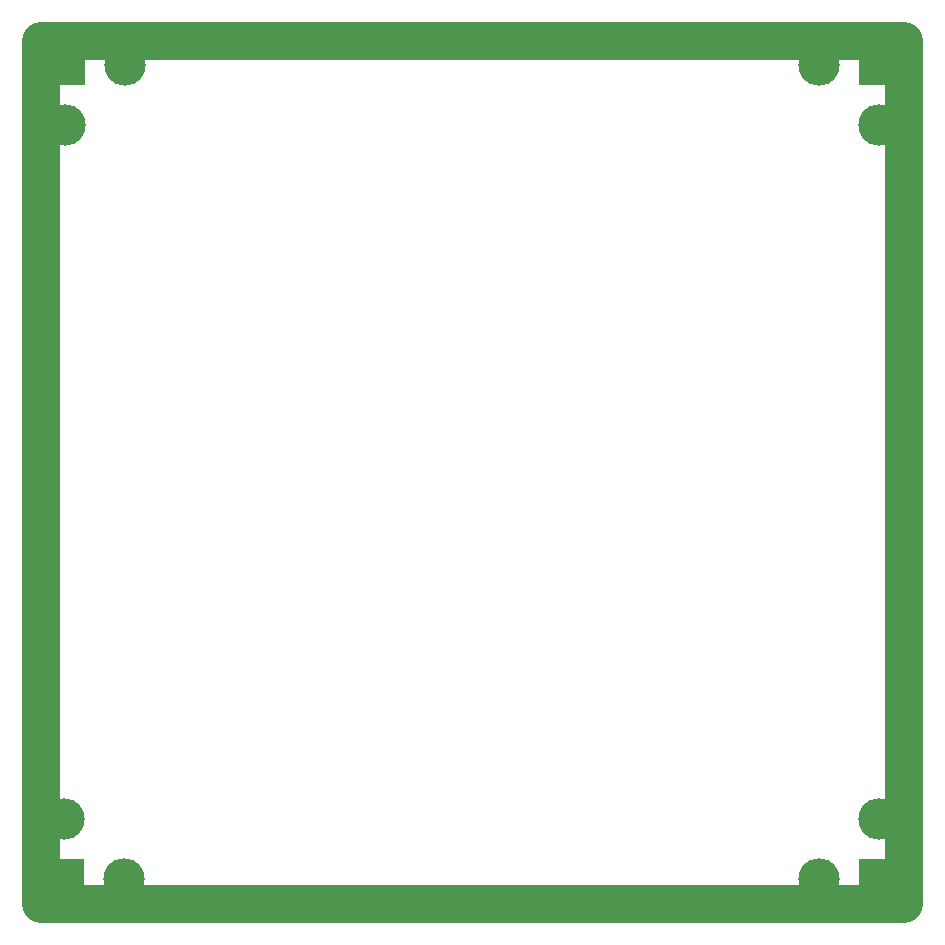
<source format=gbr>
%TF.GenerationSoftware,KiCad,Pcbnew,7.0.5-0*%
%TF.CreationDate,2024-04-21T20:24:40-04:00*%
%TF.ProjectId,swr_meter_bottom,7377725f-6d65-4746-9572-5f626f74746f,rev?*%
%TF.SameCoordinates,Original*%
%TF.FileFunction,Soldermask,Top*%
%TF.FilePolarity,Negative*%
%FSLAX46Y46*%
G04 Gerber Fmt 4.6, Leading zero omitted, Abs format (unit mm)*
G04 Created by KiCad (PCBNEW 7.0.5-0) date 2024-04-21 20:24:40*
%MOMM*%
%LPD*%
G01*
G04 APERTURE LIST*
%ADD10C,3.200000*%
%ADD11R,3.500000X3.500000*%
%ADD12O,3.500000X3.500000*%
G04 APERTURE END LIST*
D10*
%TO.C,REF\u002A\u002A*%
X101660000Y-25450000D02*
X174660000Y-25450000D01*
X174660000Y-25450000D02*
X174660000Y-98450000D01*
X174660000Y-98450000D02*
X101660000Y-98450000D01*
X101660000Y-98450000D02*
X101660000Y-25450000D01*
%TD*%
D11*
%TO.C,J48*%
X172615000Y-27435000D03*
D12*
X167535000Y-27435000D03*
X172615000Y-32515000D03*
%TD*%
D11*
%TO.C,J47*%
X172610000Y-96370000D03*
D12*
X172610000Y-91290000D03*
X167530000Y-96370000D03*
%TD*%
D11*
%TO.C,J45*%
X103660000Y-27430000D03*
D12*
X103660000Y-32510000D03*
X108740000Y-27430000D03*
%TD*%
D11*
%TO.C,J46*%
X103580000Y-96365000D03*
D12*
X108660000Y-96365000D03*
X103580000Y-91285000D03*
%TD*%
M02*

</source>
